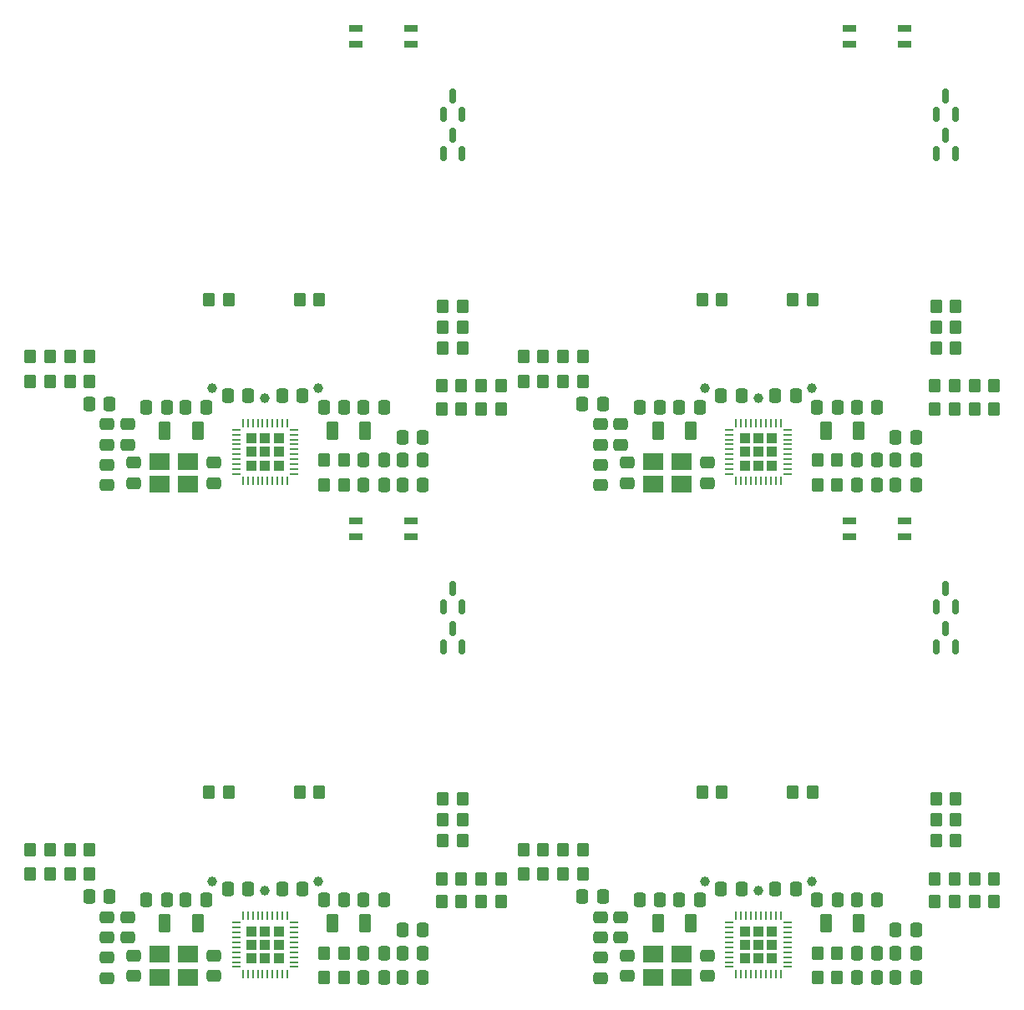
<source format=gbr>
%TF.GenerationSoftware,KiCad,Pcbnew,7.0.11+dfsg-1build4*%
%TF.CreationDate,2026-01-29T22:43:38-05:00*%
%TF.ProjectId,,58585858-5858-4585-9858-585858585858,rev?*%
%TF.SameCoordinates,Original*%
%TF.FileFunction,Paste,Top*%
%TF.FilePolarity,Positive*%
%FSLAX46Y46*%
G04 Gerber Fmt 4.6, Leading zero omitted, Abs format (unit mm)*
G04 Created by KiCad (PCBNEW 7.0.11+dfsg-1build4) date 2026-01-29 22:43:38*
%MOMM*%
%LPD*%
G01*
G04 APERTURE LIST*
G04 Aperture macros list*
%AMRoundRect*
0 Rectangle with rounded corners*
0 $1 Rounding radius*
0 $2 $3 $4 $5 $6 $7 $8 $9 X,Y pos of 4 corners*
0 Add a 4 corners polygon primitive as box body*
4,1,4,$2,$3,$4,$5,$6,$7,$8,$9,$2,$3,0*
0 Add four circle primitives for the rounded corners*
1,1,$1+$1,$2,$3*
1,1,$1+$1,$4,$5*
1,1,$1+$1,$6,$7*
1,1,$1+$1,$8,$9*
0 Add four rect primitives between the rounded corners*
20,1,$1+$1,$2,$3,$4,$5,0*
20,1,$1+$1,$4,$5,$6,$7,0*
20,1,$1+$1,$6,$7,$8,$9,0*
20,1,$1+$1,$8,$9,$2,$3,0*%
G04 Aperture macros list end*
%ADD10RoundRect,0.250000X0.337500X0.475000X-0.337500X0.475000X-0.337500X-0.475000X0.337500X-0.475000X0*%
%ADD11RoundRect,0.250000X0.475000X-0.337500X0.475000X0.337500X-0.475000X0.337500X-0.475000X-0.337500X0*%
%ADD12RoundRect,0.250000X0.350000X0.450000X-0.350000X0.450000X-0.350000X-0.450000X0.350000X-0.450000X0*%
%ADD13RoundRect,0.250000X-0.337500X-0.475000X0.337500X-0.475000X0.337500X0.475000X-0.337500X0.475000X0*%
%ADD14RoundRect,0.250000X-0.350000X-0.450000X0.350000X-0.450000X0.350000X0.450000X-0.350000X0.450000X0*%
%ADD15C,1.000000*%
%ADD16RoundRect,0.250000X-0.362500X-0.700000X0.362500X-0.700000X0.362500X0.700000X-0.362500X0.700000X0*%
%ADD17R,2.100000X1.800000*%
%ADD18R,1.400000X0.800000*%
%ADD19RoundRect,0.150000X0.150000X-0.587500X0.150000X0.587500X-0.150000X0.587500X-0.150000X-0.587500X0*%
%ADD20RoundRect,0.250000X0.362500X0.700000X-0.362500X0.700000X-0.362500X-0.700000X0.362500X-0.700000X0*%
%ADD21RoundRect,0.250000X-0.475000X0.337500X-0.475000X-0.337500X0.475000X-0.337500X0.475000X0.337500X0*%
%ADD22RoundRect,0.250000X-0.300000X0.300000X-0.300000X-0.300000X0.300000X-0.300000X0.300000X0.300000X0*%
%ADD23RoundRect,0.062500X-0.062500X0.375000X-0.062500X-0.375000X0.062500X-0.375000X0.062500X0.375000X0*%
%ADD24RoundRect,0.062500X-0.375000X0.062500X-0.375000X-0.062500X0.375000X-0.062500X0.375000X0.062500X0*%
G04 APERTURE END LIST*
D10*
%TO.C,C7*%
X167987500Y-141360000D03*
X165912500Y-141360000D03*
%TD*%
D11*
%TO.C,C13*%
X139950000Y-139797500D03*
X139950000Y-137722500D03*
%TD*%
D12*
%TO.C,R15*%
X175950000Y-129980000D03*
X173950000Y-129980000D03*
%TD*%
D13*
%TO.C,C9*%
X138095000Y-135660000D03*
X140170000Y-135660000D03*
%TD*%
D12*
%TO.C,R11*%
X152250000Y-125060000D03*
X150250000Y-125060000D03*
%TD*%
D11*
%TO.C,C10*%
X142000000Y-139797500D03*
X142000000Y-137722500D03*
%TD*%
D13*
%TO.C,C1*%
X152172500Y-134860000D03*
X154247500Y-134860000D03*
%TD*%
D11*
%TO.C,C11*%
X139950000Y-143897500D03*
X139950000Y-141822500D03*
%TD*%
D12*
%TO.C,R5*%
X138150000Y-130860000D03*
X136150000Y-130860000D03*
%TD*%
D14*
%TO.C,R12*%
X159450000Y-125060000D03*
X161450000Y-125060000D03*
%TD*%
D10*
%TO.C,C5*%
X145987500Y-136010000D03*
X143912500Y-136010000D03*
%TD*%
D14*
%TO.C,R10*%
X177850000Y-133860000D03*
X179850000Y-133860000D03*
%TD*%
D13*
%TO.C,C8*%
X165912500Y-143860000D03*
X167987500Y-143860000D03*
%TD*%
D15*
%TO.C,L_pcb1*%
X150550000Y-134110000D03*
X155950000Y-135060000D03*
X161350000Y-134110000D03*
%TD*%
D13*
%TO.C,C3*%
X147912500Y-136010000D03*
X149987500Y-136010000D03*
%TD*%
%TO.C,C12*%
X169862500Y-139060000D03*
X171937500Y-139060000D03*
%TD*%
D12*
%TO.C,R8*%
X134150000Y-133360000D03*
X132150000Y-133360000D03*
%TD*%
D10*
%TO.C,C4*%
X163987500Y-136010000D03*
X161912500Y-136010000D03*
%TD*%
%TO.C,C6*%
X167987500Y-136010000D03*
X165912500Y-136010000D03*
%TD*%
%TO.C,C14*%
X171937500Y-141360000D03*
X169862500Y-141360000D03*
%TD*%
D16*
%TO.C,L2*%
X162787500Y-138360000D03*
X166112500Y-138360000D03*
%TD*%
D12*
%TO.C,R2*%
X163950000Y-143860000D03*
X161950000Y-143860000D03*
%TD*%
D10*
%TO.C,C15*%
X171937500Y-143860000D03*
X169862500Y-143860000D03*
%TD*%
D11*
%TO.C,C17*%
X150750000Y-143697500D03*
X150750000Y-141622500D03*
%TD*%
D12*
%TO.C,R6*%
X138150000Y-133360000D03*
X136150000Y-133360000D03*
%TD*%
%TO.C,R13*%
X175950000Y-125760000D03*
X173950000Y-125760000D03*
%TD*%
%TO.C,R7*%
X134150000Y-130860000D03*
X132150000Y-130860000D03*
%TD*%
D17*
%TO.C,Y1*%
X145250000Y-143810000D03*
X148150000Y-143810000D03*
X148150000Y-141510000D03*
X145250000Y-141510000D03*
%TD*%
D18*
%TO.C,D1*%
X165150000Y-99160000D03*
X170750000Y-99160000D03*
X165150000Y-97560000D03*
X170750000Y-97560000D03*
%TD*%
D14*
%TO.C,R9*%
X173850000Y-133860000D03*
X175850000Y-133860000D03*
%TD*%
%TO.C,R1*%
X161950000Y-141360000D03*
X163950000Y-141360000D03*
%TD*%
D13*
%TO.C,C2*%
X157652500Y-134860000D03*
X159727500Y-134860000D03*
%TD*%
D19*
%TO.C,Q1*%
X174000000Y-106297500D03*
X175900000Y-106297500D03*
X174950000Y-104422500D03*
%TD*%
D14*
%TO.C,R4*%
X177850000Y-136160000D03*
X179850000Y-136160000D03*
%TD*%
D20*
%TO.C,L1*%
X149112500Y-138360000D03*
X145787500Y-138360000D03*
%TD*%
D19*
%TO.C,Q2*%
X174000000Y-110297500D03*
X175900000Y-110297500D03*
X174950000Y-108422500D03*
%TD*%
D21*
%TO.C,C16*%
X142650000Y-141622500D03*
X142650000Y-143697500D03*
%TD*%
D14*
%TO.C,R3*%
X173850000Y-136160000D03*
X175850000Y-136160000D03*
%TD*%
D22*
%TO.C,U2*%
X157320000Y-139167500D03*
X155950000Y-139167500D03*
X154580000Y-139167500D03*
X157320000Y-140537500D03*
X155950000Y-140537500D03*
X154580000Y-140537500D03*
X157320000Y-141907500D03*
X155950000Y-141907500D03*
X154580000Y-141907500D03*
D23*
X158200000Y-137600000D03*
X157700000Y-137600000D03*
X157200000Y-137600000D03*
X156700000Y-137600000D03*
X156200000Y-137600000D03*
X155700000Y-137600000D03*
X155200000Y-137600000D03*
X154700000Y-137600000D03*
X154200000Y-137600000D03*
X153700000Y-137600000D03*
D24*
X153012500Y-138287500D03*
X153012500Y-138787500D03*
X153012500Y-139287500D03*
X153012500Y-139787500D03*
X153012500Y-140287500D03*
X153012500Y-140787500D03*
X153012500Y-141287500D03*
X153012500Y-141787500D03*
X153012500Y-142287500D03*
X153012500Y-142787500D03*
D23*
X153700000Y-143475000D03*
X154200000Y-143475000D03*
X154700000Y-143475000D03*
X155200000Y-143475000D03*
X155700000Y-143475000D03*
X156200000Y-143475000D03*
X156700000Y-143475000D03*
X157200000Y-143475000D03*
X157700000Y-143475000D03*
X158200000Y-143475000D03*
D24*
X158887500Y-142787500D03*
X158887500Y-142287500D03*
X158887500Y-141787500D03*
X158887500Y-141287500D03*
X158887500Y-140787500D03*
X158887500Y-140287500D03*
X158887500Y-139787500D03*
X158887500Y-139287500D03*
X158887500Y-138787500D03*
X158887500Y-138287500D03*
%TD*%
D12*
%TO.C,R14*%
X175950000Y-127860000D03*
X173950000Y-127860000D03*
%TD*%
D10*
%TO.C,C7*%
X117987500Y-141360000D03*
X115912500Y-141360000D03*
%TD*%
D11*
%TO.C,C13*%
X89950000Y-139797500D03*
X89950000Y-137722500D03*
%TD*%
D12*
%TO.C,R15*%
X125950000Y-129980000D03*
X123950000Y-129980000D03*
%TD*%
D13*
%TO.C,C9*%
X88095000Y-135660000D03*
X90170000Y-135660000D03*
%TD*%
D12*
%TO.C,R11*%
X102250000Y-125060000D03*
X100250000Y-125060000D03*
%TD*%
D11*
%TO.C,C10*%
X92000000Y-139797500D03*
X92000000Y-137722500D03*
%TD*%
D13*
%TO.C,C1*%
X102172500Y-134860000D03*
X104247500Y-134860000D03*
%TD*%
D11*
%TO.C,C11*%
X89950000Y-143897500D03*
X89950000Y-141822500D03*
%TD*%
D12*
%TO.C,R5*%
X88150000Y-130860000D03*
X86150000Y-130860000D03*
%TD*%
D14*
%TO.C,R12*%
X109450000Y-125060000D03*
X111450000Y-125060000D03*
%TD*%
D10*
%TO.C,C5*%
X95987500Y-136010000D03*
X93912500Y-136010000D03*
%TD*%
D14*
%TO.C,R10*%
X127850000Y-133860000D03*
X129850000Y-133860000D03*
%TD*%
D13*
%TO.C,C8*%
X115912500Y-143860000D03*
X117987500Y-143860000D03*
%TD*%
D15*
%TO.C,L_pcb1*%
X100550000Y-134110000D03*
X105950000Y-135060000D03*
X111350000Y-134110000D03*
%TD*%
D13*
%TO.C,C3*%
X97912500Y-136010000D03*
X99987500Y-136010000D03*
%TD*%
%TO.C,C12*%
X119862500Y-139060000D03*
X121937500Y-139060000D03*
%TD*%
D12*
%TO.C,R8*%
X84150000Y-133360000D03*
X82150000Y-133360000D03*
%TD*%
D10*
%TO.C,C4*%
X113987500Y-136010000D03*
X111912500Y-136010000D03*
%TD*%
%TO.C,C6*%
X117987500Y-136010000D03*
X115912500Y-136010000D03*
%TD*%
%TO.C,C14*%
X121937500Y-141360000D03*
X119862500Y-141360000D03*
%TD*%
D16*
%TO.C,L2*%
X112787500Y-138360000D03*
X116112500Y-138360000D03*
%TD*%
D12*
%TO.C,R2*%
X113950000Y-143860000D03*
X111950000Y-143860000D03*
%TD*%
D10*
%TO.C,C15*%
X121937500Y-143860000D03*
X119862500Y-143860000D03*
%TD*%
D11*
%TO.C,C17*%
X100750000Y-143697500D03*
X100750000Y-141622500D03*
%TD*%
D12*
%TO.C,R6*%
X88150000Y-133360000D03*
X86150000Y-133360000D03*
%TD*%
%TO.C,R13*%
X125950000Y-125760000D03*
X123950000Y-125760000D03*
%TD*%
%TO.C,R7*%
X84150000Y-130860000D03*
X82150000Y-130860000D03*
%TD*%
D17*
%TO.C,Y1*%
X95250000Y-143810000D03*
X98150000Y-143810000D03*
X98150000Y-141510000D03*
X95250000Y-141510000D03*
%TD*%
D18*
%TO.C,D1*%
X115150000Y-99160000D03*
X120750000Y-99160000D03*
X115150000Y-97560000D03*
X120750000Y-97560000D03*
%TD*%
D14*
%TO.C,R9*%
X123850000Y-133860000D03*
X125850000Y-133860000D03*
%TD*%
%TO.C,R1*%
X111950000Y-141360000D03*
X113950000Y-141360000D03*
%TD*%
D13*
%TO.C,C2*%
X107652500Y-134860000D03*
X109727500Y-134860000D03*
%TD*%
D19*
%TO.C,Q1*%
X124000000Y-106297500D03*
X125900000Y-106297500D03*
X124950000Y-104422500D03*
%TD*%
D14*
%TO.C,R4*%
X127850000Y-136160000D03*
X129850000Y-136160000D03*
%TD*%
D20*
%TO.C,L1*%
X99112500Y-138360000D03*
X95787500Y-138360000D03*
%TD*%
D19*
%TO.C,Q2*%
X124000000Y-110297500D03*
X125900000Y-110297500D03*
X124950000Y-108422500D03*
%TD*%
D21*
%TO.C,C16*%
X92650000Y-141622500D03*
X92650000Y-143697500D03*
%TD*%
D14*
%TO.C,R3*%
X123850000Y-136160000D03*
X125850000Y-136160000D03*
%TD*%
D22*
%TO.C,U2*%
X107320000Y-139167500D03*
X105950000Y-139167500D03*
X104580000Y-139167500D03*
X107320000Y-140537500D03*
X105950000Y-140537500D03*
X104580000Y-140537500D03*
X107320000Y-141907500D03*
X105950000Y-141907500D03*
X104580000Y-141907500D03*
D23*
X108200000Y-137600000D03*
X107700000Y-137600000D03*
X107200000Y-137600000D03*
X106700000Y-137600000D03*
X106200000Y-137600000D03*
X105700000Y-137600000D03*
X105200000Y-137600000D03*
X104700000Y-137600000D03*
X104200000Y-137600000D03*
X103700000Y-137600000D03*
D24*
X103012500Y-138287500D03*
X103012500Y-138787500D03*
X103012500Y-139287500D03*
X103012500Y-139787500D03*
X103012500Y-140287500D03*
X103012500Y-140787500D03*
X103012500Y-141287500D03*
X103012500Y-141787500D03*
X103012500Y-142287500D03*
X103012500Y-142787500D03*
D23*
X103700000Y-143475000D03*
X104200000Y-143475000D03*
X104700000Y-143475000D03*
X105200000Y-143475000D03*
X105700000Y-143475000D03*
X106200000Y-143475000D03*
X106700000Y-143475000D03*
X107200000Y-143475000D03*
X107700000Y-143475000D03*
X108200000Y-143475000D03*
D24*
X108887500Y-142787500D03*
X108887500Y-142287500D03*
X108887500Y-141787500D03*
X108887500Y-141287500D03*
X108887500Y-140787500D03*
X108887500Y-140287500D03*
X108887500Y-139787500D03*
X108887500Y-139287500D03*
X108887500Y-138787500D03*
X108887500Y-138287500D03*
%TD*%
D12*
%TO.C,R14*%
X125950000Y-127860000D03*
X123950000Y-127860000D03*
%TD*%
D10*
%TO.C,C7*%
X167987500Y-91360000D03*
X165912500Y-91360000D03*
%TD*%
D11*
%TO.C,C13*%
X139950000Y-89797500D03*
X139950000Y-87722500D03*
%TD*%
D12*
%TO.C,R15*%
X175950000Y-79980000D03*
X173950000Y-79980000D03*
%TD*%
D13*
%TO.C,C9*%
X138095000Y-85660000D03*
X140170000Y-85660000D03*
%TD*%
D12*
%TO.C,R11*%
X152250000Y-75060000D03*
X150250000Y-75060000D03*
%TD*%
D11*
%TO.C,C10*%
X142000000Y-89797500D03*
X142000000Y-87722500D03*
%TD*%
D13*
%TO.C,C1*%
X152172500Y-84860000D03*
X154247500Y-84860000D03*
%TD*%
D11*
%TO.C,C11*%
X139950000Y-93897500D03*
X139950000Y-91822500D03*
%TD*%
D12*
%TO.C,R5*%
X138150000Y-80860000D03*
X136150000Y-80860000D03*
%TD*%
D14*
%TO.C,R12*%
X159450000Y-75060000D03*
X161450000Y-75060000D03*
%TD*%
D10*
%TO.C,C5*%
X145987500Y-86010000D03*
X143912500Y-86010000D03*
%TD*%
D14*
%TO.C,R10*%
X177850000Y-83860000D03*
X179850000Y-83860000D03*
%TD*%
D13*
%TO.C,C8*%
X165912500Y-93860000D03*
X167987500Y-93860000D03*
%TD*%
D15*
%TO.C,L_pcb1*%
X150550000Y-84110000D03*
X155950000Y-85060000D03*
X161350000Y-84110000D03*
%TD*%
D13*
%TO.C,C3*%
X147912500Y-86010000D03*
X149987500Y-86010000D03*
%TD*%
%TO.C,C12*%
X169862500Y-89060000D03*
X171937500Y-89060000D03*
%TD*%
D12*
%TO.C,R8*%
X134150000Y-83360000D03*
X132150000Y-83360000D03*
%TD*%
D10*
%TO.C,C4*%
X163987500Y-86010000D03*
X161912500Y-86010000D03*
%TD*%
%TO.C,C6*%
X167987500Y-86010000D03*
X165912500Y-86010000D03*
%TD*%
%TO.C,C14*%
X171937500Y-91360000D03*
X169862500Y-91360000D03*
%TD*%
D16*
%TO.C,L2*%
X162787500Y-88360000D03*
X166112500Y-88360000D03*
%TD*%
D12*
%TO.C,R2*%
X163950000Y-93860000D03*
X161950000Y-93860000D03*
%TD*%
D10*
%TO.C,C15*%
X171937500Y-93860000D03*
X169862500Y-93860000D03*
%TD*%
D11*
%TO.C,C17*%
X150750000Y-93697500D03*
X150750000Y-91622500D03*
%TD*%
D12*
%TO.C,R6*%
X138150000Y-83360000D03*
X136150000Y-83360000D03*
%TD*%
%TO.C,R13*%
X175950000Y-75760000D03*
X173950000Y-75760000D03*
%TD*%
%TO.C,R7*%
X134150000Y-80860000D03*
X132150000Y-80860000D03*
%TD*%
D17*
%TO.C,Y1*%
X145250000Y-93810000D03*
X148150000Y-93810000D03*
X148150000Y-91510000D03*
X145250000Y-91510000D03*
%TD*%
D18*
%TO.C,D1*%
X165150000Y-49160000D03*
X170750000Y-49160000D03*
X165150000Y-47560000D03*
X170750000Y-47560000D03*
%TD*%
D14*
%TO.C,R9*%
X173850000Y-83860000D03*
X175850000Y-83860000D03*
%TD*%
%TO.C,R1*%
X161950000Y-91360000D03*
X163950000Y-91360000D03*
%TD*%
D13*
%TO.C,C2*%
X157652500Y-84860000D03*
X159727500Y-84860000D03*
%TD*%
D19*
%TO.C,Q1*%
X174000000Y-56297500D03*
X175900000Y-56297500D03*
X174950000Y-54422500D03*
%TD*%
D14*
%TO.C,R4*%
X177850000Y-86160000D03*
X179850000Y-86160000D03*
%TD*%
D20*
%TO.C,L1*%
X149112500Y-88360000D03*
X145787500Y-88360000D03*
%TD*%
D19*
%TO.C,Q2*%
X174000000Y-60297500D03*
X175900000Y-60297500D03*
X174950000Y-58422500D03*
%TD*%
D21*
%TO.C,C16*%
X142650000Y-91622500D03*
X142650000Y-93697500D03*
%TD*%
D14*
%TO.C,R3*%
X173850000Y-86160000D03*
X175850000Y-86160000D03*
%TD*%
D22*
%TO.C,U2*%
X157320000Y-89167500D03*
X155950000Y-89167500D03*
X154580000Y-89167500D03*
X157320000Y-90537500D03*
X155950000Y-90537500D03*
X154580000Y-90537500D03*
X157320000Y-91907500D03*
X155950000Y-91907500D03*
X154580000Y-91907500D03*
D23*
X158200000Y-87600000D03*
X157700000Y-87600000D03*
X157200000Y-87600000D03*
X156700000Y-87600000D03*
X156200000Y-87600000D03*
X155700000Y-87600000D03*
X155200000Y-87600000D03*
X154700000Y-87600000D03*
X154200000Y-87600000D03*
X153700000Y-87600000D03*
D24*
X153012500Y-88287500D03*
X153012500Y-88787500D03*
X153012500Y-89287500D03*
X153012500Y-89787500D03*
X153012500Y-90287500D03*
X153012500Y-90787500D03*
X153012500Y-91287500D03*
X153012500Y-91787500D03*
X153012500Y-92287500D03*
X153012500Y-92787500D03*
D23*
X153700000Y-93475000D03*
X154200000Y-93475000D03*
X154700000Y-93475000D03*
X155200000Y-93475000D03*
X155700000Y-93475000D03*
X156200000Y-93475000D03*
X156700000Y-93475000D03*
X157200000Y-93475000D03*
X157700000Y-93475000D03*
X158200000Y-93475000D03*
D24*
X158887500Y-92787500D03*
X158887500Y-92287500D03*
X158887500Y-91787500D03*
X158887500Y-91287500D03*
X158887500Y-90787500D03*
X158887500Y-90287500D03*
X158887500Y-89787500D03*
X158887500Y-89287500D03*
X158887500Y-88787500D03*
X158887500Y-88287500D03*
%TD*%
D12*
%TO.C,R14*%
X175950000Y-77860000D03*
X173950000Y-77860000D03*
%TD*%
%TO.C,R7*%
X84150000Y-80860000D03*
X82150000Y-80860000D03*
%TD*%
D10*
%TO.C,C5*%
X95987500Y-86010000D03*
X93912500Y-86010000D03*
%TD*%
D12*
%TO.C,R2*%
X113950000Y-93860000D03*
X111950000Y-93860000D03*
%TD*%
%TO.C,R8*%
X84150000Y-83360000D03*
X82150000Y-83360000D03*
%TD*%
D14*
%TO.C,R4*%
X127850000Y-86160000D03*
X129850000Y-86160000D03*
%TD*%
D12*
%TO.C,R11*%
X102250000Y-75060000D03*
X100250000Y-75060000D03*
%TD*%
D17*
%TO.C,Y1*%
X95250000Y-93810000D03*
X98150000Y-93810000D03*
X98150000Y-91510000D03*
X95250000Y-91510000D03*
%TD*%
D13*
%TO.C,C1*%
X102172500Y-84860000D03*
X104247500Y-84860000D03*
%TD*%
%TO.C,C2*%
X107652500Y-84860000D03*
X109727500Y-84860000D03*
%TD*%
D10*
%TO.C,C4*%
X113987500Y-86010000D03*
X111912500Y-86010000D03*
%TD*%
D12*
%TO.C,R6*%
X88150000Y-83360000D03*
X86150000Y-83360000D03*
%TD*%
D18*
%TO.C,D1*%
X115150000Y-49160000D03*
X120750000Y-49160000D03*
X115150000Y-47560000D03*
X120750000Y-47560000D03*
%TD*%
D11*
%TO.C,C13*%
X89950000Y-89797500D03*
X89950000Y-87722500D03*
%TD*%
D15*
%TO.C,L_pcb1*%
X100550000Y-84110000D03*
X105950000Y-85060000D03*
X111350000Y-84110000D03*
%TD*%
D13*
%TO.C,C12*%
X119862500Y-89060000D03*
X121937500Y-89060000D03*
%TD*%
D12*
%TO.C,R13*%
X125950000Y-75760000D03*
X123950000Y-75760000D03*
%TD*%
D14*
%TO.C,R9*%
X123850000Y-83860000D03*
X125850000Y-83860000D03*
%TD*%
D20*
%TO.C,L1*%
X99112500Y-88360000D03*
X95787500Y-88360000D03*
%TD*%
D22*
%TO.C,U2*%
X107320000Y-89167500D03*
X105950000Y-89167500D03*
X104580000Y-89167500D03*
X107320000Y-90537500D03*
X105950000Y-90537500D03*
X104580000Y-90537500D03*
X107320000Y-91907500D03*
X105950000Y-91907500D03*
X104580000Y-91907500D03*
D23*
X108200000Y-87600000D03*
X107700000Y-87600000D03*
X107200000Y-87600000D03*
X106700000Y-87600000D03*
X106200000Y-87600000D03*
X105700000Y-87600000D03*
X105200000Y-87600000D03*
X104700000Y-87600000D03*
X104200000Y-87600000D03*
X103700000Y-87600000D03*
D24*
X103012500Y-88287500D03*
X103012500Y-88787500D03*
X103012500Y-89287500D03*
X103012500Y-89787500D03*
X103012500Y-90287500D03*
X103012500Y-90787500D03*
X103012500Y-91287500D03*
X103012500Y-91787500D03*
X103012500Y-92287500D03*
X103012500Y-92787500D03*
D23*
X103700000Y-93475000D03*
X104200000Y-93475000D03*
X104700000Y-93475000D03*
X105200000Y-93475000D03*
X105700000Y-93475000D03*
X106200000Y-93475000D03*
X106700000Y-93475000D03*
X107200000Y-93475000D03*
X107700000Y-93475000D03*
X108200000Y-93475000D03*
D24*
X108887500Y-92787500D03*
X108887500Y-92287500D03*
X108887500Y-91787500D03*
X108887500Y-91287500D03*
X108887500Y-90787500D03*
X108887500Y-90287500D03*
X108887500Y-89787500D03*
X108887500Y-89287500D03*
X108887500Y-88787500D03*
X108887500Y-88287500D03*
%TD*%
D11*
%TO.C,C17*%
X100750000Y-93697500D03*
X100750000Y-91622500D03*
%TD*%
D10*
%TO.C,C6*%
X117987500Y-86010000D03*
X115912500Y-86010000D03*
%TD*%
%TO.C,C14*%
X121937500Y-91360000D03*
X119862500Y-91360000D03*
%TD*%
D21*
%TO.C,C16*%
X92650000Y-91622500D03*
X92650000Y-93697500D03*
%TD*%
D13*
%TO.C,C3*%
X97912500Y-86010000D03*
X99987500Y-86010000D03*
%TD*%
D12*
%TO.C,R15*%
X125950000Y-79980000D03*
X123950000Y-79980000D03*
%TD*%
D13*
%TO.C,C9*%
X88095000Y-85660000D03*
X90170000Y-85660000D03*
%TD*%
D16*
%TO.C,L2*%
X112787500Y-88360000D03*
X116112500Y-88360000D03*
%TD*%
D14*
%TO.C,R10*%
X127850000Y-83860000D03*
X129850000Y-83860000D03*
%TD*%
D13*
%TO.C,C8*%
X115912500Y-93860000D03*
X117987500Y-93860000D03*
%TD*%
D12*
%TO.C,R5*%
X88150000Y-80860000D03*
X86150000Y-80860000D03*
%TD*%
D10*
%TO.C,C7*%
X117987500Y-91360000D03*
X115912500Y-91360000D03*
%TD*%
D11*
%TO.C,C10*%
X92000000Y-89797500D03*
X92000000Y-87722500D03*
%TD*%
D14*
%TO.C,R1*%
X111950000Y-91360000D03*
X113950000Y-91360000D03*
%TD*%
D19*
%TO.C,Q1*%
X124000000Y-56297500D03*
X125900000Y-56297500D03*
X124950000Y-54422500D03*
%TD*%
D11*
%TO.C,C11*%
X89950000Y-93897500D03*
X89950000Y-91822500D03*
%TD*%
D19*
%TO.C,Q2*%
X124000000Y-60297500D03*
X125900000Y-60297500D03*
X124950000Y-58422500D03*
%TD*%
D12*
%TO.C,R14*%
X125950000Y-77860000D03*
X123950000Y-77860000D03*
%TD*%
D14*
%TO.C,R12*%
X109450000Y-75060000D03*
X111450000Y-75060000D03*
%TD*%
%TO.C,R3*%
X123850000Y-86160000D03*
X125850000Y-86160000D03*
%TD*%
D10*
%TO.C,C15*%
X121937500Y-93860000D03*
X119862500Y-93860000D03*
%TD*%
M02*

</source>
